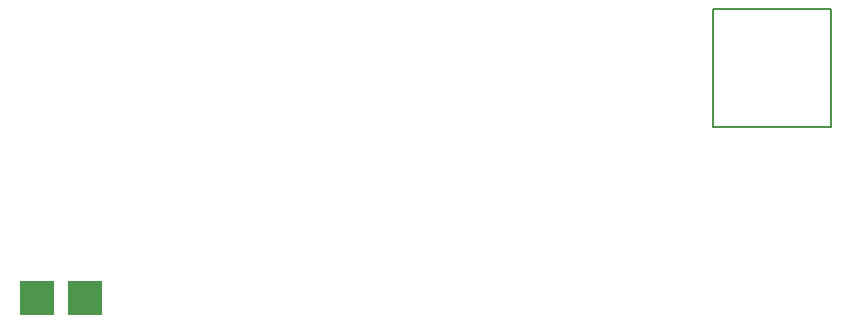
<source format=gbp>
G04*
G04 #@! TF.GenerationSoftware,Altium Limited,Altium NEXUS,2.1.9 (83)*
G04*
G04 Layer_Color=128*
%FSLAX44Y44*%
%MOMM*%
G71*
G01*
G75*
%ADD11C,0.2000*%
%ADD40R,2.9000X2.9000*%
D11*
X700000Y175000D02*
X800000D01*
Y275000D01*
X700000D02*
X800000D01*
X700000Y175000D02*
Y275000D01*
D40*
X168000Y30000D02*
D03*
X128000D02*
D03*
M02*

</source>
